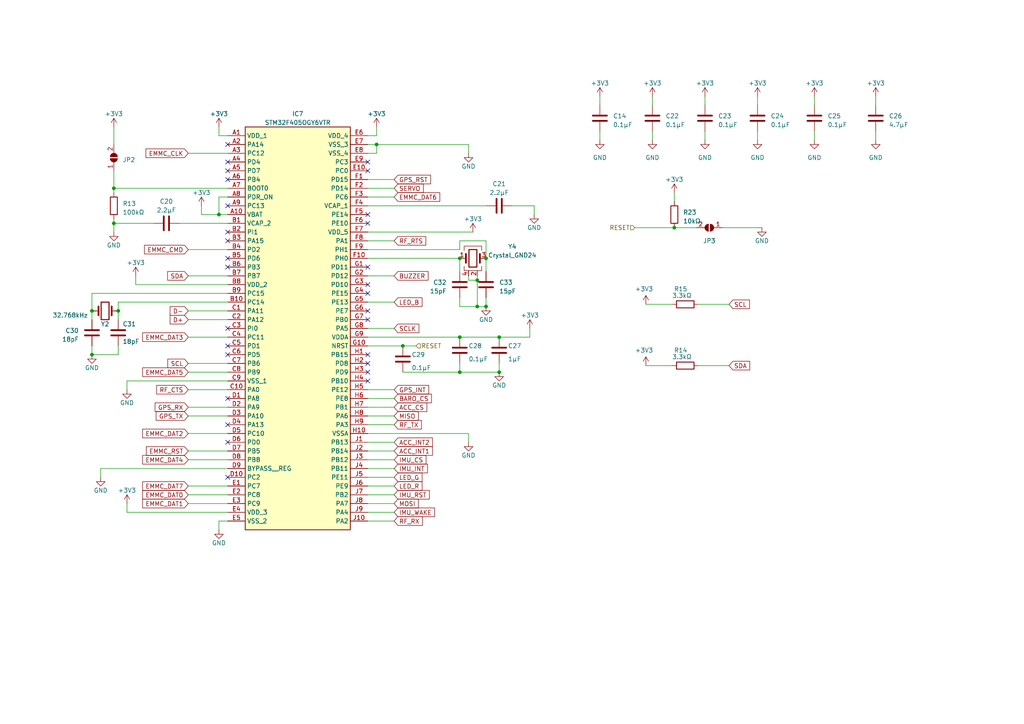
<source format=kicad_sch>
(kicad_sch (version 20250114) (generator "eeschema") (generator_version "9.0")
  (paper "A4")
  (lib_symbols
    (symbol "Device:C" (pin_numbers (hide yes)) (pin_names (offset 0.254))
      (property "Reference" "C" (at 0.635 2.54 0))
      (property "Value" "C" (at 0.635 -2.54 0))
      (symbol "C_0_1"
        (polyline (pts (xy -2.032 0.762) (xy 2.032 0.762)) (stroke (width 0.508)))
        (polyline (pts (xy -2.032 -0.762) (xy 2.032 -0.762)) (stroke (width 0.508)))
      )
      (symbol "C_1_1"
        (pin passive line (at 0 3.81 270) (length 2.794) (name "~") (number "1"))
        (pin passive line (at 0 -3.81 90) (length 2.794) (name "~") (number "2"))
      )
    )
    (symbol "Device:Crystal" (pin_numbers (hide yes)) (pin_names (offset 1.016) (hide yes))
      (property "Reference" "Y" (at 0 3.81 0))
      (property "Value" "Crystal" (at 0 -3.81 0))
      (symbol "Crystal_0_1"
        (polyline (pts (xy -2.54 0) (xy -1.905 0)))
        (polyline (pts (xy -1.905 -1.27) (xy -1.905 1.27)) (stroke (width 0.508)))
        (rectangle (start -1.143 2.54) (end 1.143 -2.54) (stroke (width 0.3048)))
        (polyline (pts (xy 1.905 -1.27) (xy 1.905 1.27)) (stroke (width 0.508)))
        (polyline (pts (xy 2.54 0) (xy 1.905 0)))
      )
      (symbol "Crystal_1_1"
        (pin passive line (at -3.81 0 0) (length 1.27) (name "1") (number "1"))
        (pin passive line (at 3.81 0 180) (length 1.27) (name "2") (number "2"))
      )
    )
    (symbol "Device:Crystal_GND24" (pin_names (offset 1.016) (hide yes))
      (property "Reference" "Y4" (at 11.43 3.4289 0))
      (property "Value" "Crystal_GND24" (at 11.43 0.8889 0))
      (symbol "Crystal_GND24_0_1"
        (polyline (pts (xy -2.54 2.286) (xy -2.54 3.556) (xy 2.54 3.556) (xy 2.54 2.286)))
        (polyline (pts (xy -2.54 0) (xy -2.032 0)))
        (polyline (pts (xy -2.54 -2.286) (xy -2.54 -3.556) (xy 2.54 -3.556) (xy 2.54 -2.286)))
        (polyline (pts (xy -2.032 -1.27) (xy -2.032 1.27)) (stroke (width 0.508)))
        (polyline (pts (xy -1.27 -3.81) (xy -1.27 -3.556)))
        (rectangle (start -1.143 2.54) (end 1.143 -2.54) (stroke (width 0.3048)))
        (polyline (pts (xy 1.27 -3.556) (xy 1.27 -3.81)))
        (polyline (pts (xy 2.032 0) (xy 2.54 0)))
        (polyline (pts (xy 2.032 -1.27) (xy 2.032 1.27)) (stroke (width 0.508)))
      )
      (symbol "Crystal_GND24_1_1"
        (pin passive line (at -3.81 0 0) (length 1.27) (name "1") (number "1"))
        (pin passive line (at -1.27 -5.08 90) (length 1.27) (name "4") (number "4"))
        (pin passive line (at 1.27 -5.08 90) (length 1.27) (name "2") (number "2"))
        (pin passive line (at 3.81 0 180) (length 1.27) (name "3") (number "3"))
      )
    )
    (symbol "Device:R" (pin_numbers (hide yes)) (pin_names (offset 0))
      (property "Reference" "R" (at 2.032 0 90))
      (property "Value" "R" (at 0 0 90))
      (symbol "R_0_1"
        (rectangle (start -1.016 -2.54) (end 1.016 2.54) (stroke (width 0.254)))
      )
      (symbol "R_1_1"
        (pin passive line (at 0 3.81 270) (length 1.27) (name "~") (number "1"))
        (pin passive line (at 0 -3.81 90) (length 1.27) (name "~") (number "2"))
      )
    )
    (symbol "Jumper:SolderJumper_2_Open" (pin_names (offset 0) (hide yes))
      (property "Reference" "JP" (at 0 2.032 0))
      (property "Value" "SolderJumper_2_Open" (at 0 -2.54 0))
      (symbol "SolderJumper_2_Open_0_1"
        (polyline (pts (xy -0.254 1.016) (xy -0.254 -1.016)))
        (arc (start -0.254 -1.016) (mid -1.2656 0) (end -0.254 1.016))
        (arc (start -0.254 -1.016) (mid -1.2656 0) (end -0.254 1.016) (fill (type outline)))
        (arc (start 0.254 1.016) (mid 1.2656 0) (end 0.254 -1.016))
        (arc (start 0.254 1.016) (mid 1.2656 0) (end 0.254 -1.016) (fill (type outline)))
        (polyline (pts (xy 0.254 1.016) (xy 0.254 -1.016)))
      )
      (symbol "SolderJumper_2_Open_1_1"
        (pin passive line (at -3.81 0 0) (length 2.54) (name "A") (number "1"))
        (pin passive line (at 3.81 0 180) (length 2.54) (name "B") (number "2"))
      )
    )
    (symbol "STM32F405OGY6VTR:STM32F405OGY6VTR"
      (property "Reference" "IC" (at 36.83 7.62 0))
      (property "Value" "STM32F405OGY6VTR" (at 36.83 5.08 0))
      (symbol "STM32F405OGY6VTR_1_1"
        (rectangle (start 5.08 2.54) (end 35.56 -114.3) (stroke (width 0.254)) (fill (type background)))
        (pin passive line (at 0 0 0) (length 5.08) (name "VDD_1") (number "A1"))
        (pin passive line (at 0 -2.54 0) (length 5.08) (name "PA14") (number "A2"))
        (pin passive line (at 0 -5.08 0) (length 5.08) (name "PC12") (number "A3"))
        (pin passive line (at 0 -7.62 0) (length 5.08) (name "PD4") (number "A4"))
        (pin passive line (at 0 -10.16 0) (length 5.08) (name "PD7") (number "A5"))
        (pin passive line (at 0 -12.7 0) (length 5.08) (name "PB4") (number "A6"))
        (pin passive line (at 0 -15.24 0) (length 5.08) (name "BOOT0") (number "A7"))
        (pin passive line (at 0 -17.78 0) (length 5.08) (name "PDR_ON") (number "A8"))
        (pin passive line (at 0 -20.32 0) (length 5.08) (name "PC13") (number "A9"))
        (pin passive line (at 0 -22.86 0) (length 5.08) (name "VBAT") (number "A10"))
        (pin passive line (at 0 -25.4 0) (length 5.08) (name "VCAP_2") (number "B1"))
        (pin passive line (at 0 -27.94 0) (length 5.08) (name "PI1") (number "B2"))
        (pin passive line (at 0 -30.48 0) (length 5.08) (name "PA15") (number "B3"))
        (pin passive line (at 0 -33.02 0) (length 5.08) (name "PD2") (number "B4"))
        (pin passive line (at 0 -35.56 0) (length 5.08) (name "PD6") (number "B5"))
        (pin passive line (at 0 -38.1 0) (length 5.08) (name "PB3") (number "B6"))
        (pin passive line (at 0 -40.64 0) (length 5.08) (name "PB7") (number "B7"))
        (pin passive line (at 0 -43.18 0) (length 5.08) (name "VDD_2") (number "B8"))
        (pin passive line (at 0 -45.72 0) (length 5.08) (name "PC15") (number "B9"))
        (pin passive line (at 0 -48.26 0) (length 5.08) (name "PC14") (number "B10"))
        (pin passive line (at 0 -50.8 0) (length 5.08) (name "PA11") (number "C1"))
        (pin passive line (at 0 -53.34 0) (length 5.08) (name "PA12") (number "C2"))
        (pin passive line (at 0 -55.88 0) (length 5.08) (name "PI0") (number "C3"))
        (pin passive line (at 0 -58.42 0) (length 5.08) (name "PC11") (number "C4"))
        (pin passive line (at 0 -60.96 0) (length 5.08) (name "PD1") (number "C5"))
        (pin passive line (at 0 -63.5 0) (length 5.08) (name "PD5") (number "C6"))
        (pin passive line (at 0 -66.04 0) (length 5.08) (name "PB6") (number "C7"))
        (pin passive line (at 0 -68.58 0) (length 5.08) (name "PB9") (number "C8"))
        (pin passive line (at 0 -71.12 0) (length 5.08) (name "VSS_1") (number "C9"))
        (pin passive line (at 0 -73.66 0) (length 5.08) (name "PA0") (number "C10"))
        (pin passive line (at 0 -76.2 0) (length 5.08) (name "PA8") (number "D1"))
        (pin passive line (at 0 -78.74 0) (length 5.08) (name "PA9") (number "D2"))
        (pin passive line (at 0 -81.28 0) (length 5.08) (name "PA10") (number "D3"))
        (pin passive line (at 0 -83.82 0) (length 5.08) (name "PA13") (number "D4"))
        (pin passive line (at 0 -86.36 0) (length 5.08) (name "PC10") (number "D5"))
        (pin passive line (at 0 -88.9 0) (length 5.08) (name "PD0") (number "D6"))
        (pin passive line (at 0 -91.44 0) (length 5.08) (name "PB5") (number "D7"))
        (pin passive line (at 0 -93.98 0) (length 5.08) (name "PB8") (number "D8"))
        (pin passive line (at 0 -96.52 0) (length 5.08) (name "BYPASS__REG") (number "D9"))
        (pin passive line (at 0 -99.06 0) (length 5.08) (name "PC2") (number "D10"))
        (pin passive line (at 0 -101.6 0) (length 5.08) (name "PC7") (number "E1"))
        (pin passive line (at 0 -104.14 0) (length 5.08) (name "PC8") (number "E2"))
        (pin passive line (at 0 -106.68 0) (length 5.08) (name "PC9") (number "E3"))
        (pin passive line (at 0 -109.22 0) (length 5.08) (name "VDD_3") (number "E4"))
        (pin passive line (at 0 -111.76 0) (length 5.08) (name "VSS_2") (number "E5"))
        (pin passive line (at 40.64 0 180) (length 5.08) (name "VDD_4") (number "E6"))
        (pin passive line (at 40.64 -2.54 180) (length 5.08) (name "VSS_3") (number "E7"))
        (pin passive line (at 40.64 -5.08 180) (length 5.08) (name "VSS_4") (number "E8"))
        (pin passive line (at 40.64 -7.62 180) (length 5.08) (name "PC3") (number "E9"))
        (pin passive line (at 40.64 -10.16 180) (length 5.08) (name "PC0") (number "E10"))
        (pin passive line (at 40.64 -12.7 180) (length 5.08) (name "PD15") (number "F1"))
        (pin passive line (at 40.64 -15.24 180) (length 5.08) (name "PD14") (number "F2"))
        (pin passive line (at 40.64 -17.78 180) (length 5.08) (name "PC6") (number "F3"))
        (pin passive line (at 40.64 -20.32 180) (length 5.08) (name "VCAP_1") (number "F4"))
        (pin passive line (at 40.64 -22.86 180) (length 5.08) (name "PE14") (number "F5"))
        (pin passive line (at 40.64 -25.4 180) (length 5.08) (name "PE10") (number "F6"))
        (pin passive line (at 40.64 -27.94 180) (length 5.08) (name "VDD_5") (number "F7"))
        (pin passive line (at 40.64 -30.48 180) (length 5.08) (name "PA1") (number "F8"))
        (pin passive line (at 40.64 -33.02 180) (length 5.08) (name "PH1") (number "F9"))
        (pin passive line (at 40.64 -35.56 180) (length 5.08) (name "PH0") (number "F10"))
        (pin passive line (at 40.64 -38.1 180) (length 5.08) (name "PD11") (number "G1"))
        (pin passive line (at 40.64 -40.64 180) (length 5.08) (name "PD12") (number "G2"))
        (pin passive line (at 40.64 -43.18 180) (length 5.08) (name "PD10") (number "G3"))
        (pin passive line (at 40.64 -45.72 180) (length 5.08) (name "PE15") (number "G4"))
        (pin passive line (at 40.64 -48.26 180) (length 5.08) (name "PE13") (number "G5"))
        (pin passive line (at 40.64 -50.8 180) (length 5.08) (name "PE7") (number "G6"))
        (pin passive line (at 40.64 -53.34 180) (length 5.08) (name "PB0") (number "G7"))
        (pin passive line (at 40.64 -55.88 180) (length 5.08) (name "PA5") (number "G8"))
        (pin passive line (at 40.64 -58.42 180) (length 5.08) (name "VDDA") (number "G9"))
        (pin passive line (at 40.64 -60.96 180) (length 5.08) (name "NRST") (number "G10"))
        (pin passive line (at 40.64 -63.5 180) (length 5.08) (name "PB15") (number "H1"))
        (pin passive line (at 40.64 -66.04 180) (length 5.08) (name "PD8") (number "H2"))
        (pin passive line (at 40.64 -68.58 180) (length 5.08) (name "PD9") (number "H3"))
        (pin passive line (at 40.64 -71.12 180) (length 5.08) (name "PB10") (number "H4"))
        (pin passive line (at 40.64 -73.66 180) (length 5.08) (name "PE12") (number "H5"))
        (pin passive line (at 40.64 -76.2 180) (length 5.08) (name "PE8") (number "H6"))
        (pin passive line (at 40.64 -78.74 180) (length 5.08) (name "PB1") (number "H7"))
        (pin passive line (at 40.64 -81.28 180) (length 5.08) (name "PA6") (number "H8"))
        (pin passive line (at 40.64 -83.82 180) (length 5.08) (name "PA3") (number "H9"))
        (pin passive line (at 40.64 -86.36 180) (length 5.08) (name "VSSA") (number "H10"))
        (pin passive line (at 40.64 -88.9 180) (length 5.08) (name "PB13") (number "J1"))
        (pin passive line (at 40.64 -91.44 180) (length 5.08) (name "PB14") (number "J2"))
        (pin passive line (at 40.64 -93.98 180) (length 5.08) (name "PB12") (number "J3"))
        (pin passive line (at 40.64 -96.52 180) (length 5.08) (name "PB11") (number "J4"))
        (pin passive line (at 40.64 -99.06 180) (length 5.08) (name "PE11") (number "J5"))
        (pin passive line (at 40.64 -101.6 180) (length 5.08) (name "PE9") (number "J6"))
        (pin passive line (at 40.64 -104.14 180) (length 5.08) (name "PB2") (number "J7"))
        (pin passive line (at 40.64 -106.68 180) (length 5.08) (name "PA7") (number "J8"))
        (pin passive line (at 40.64 -109.22 180) (length 5.08) (name "PA4") (number "J9"))
        (pin passive line (at 40.64 -111.76 180) (length 5.08) (name "PA2") (number "J10"))
      )
    )
    (symbol "power:+3V3" (power) (pin_names (offset 0))
      (property "Value" "+3V3" (at 0 3.556 0))
      (symbol "+3V3_0_1"
        (polyline (pts (xy -0.762 1.27) (xy 0 2.54)))
        (polyline (pts (xy 0 2.54) (xy 0.762 1.27)))
        (polyline (pts (xy 0 0) (xy 0 2.54)))
      )
      (symbol "+3V3_1_1"
        (pin power_in line (at 0 0 90) (length 0) (hide yes) (name "+3V3") (number "1"))
      )
    )
    (symbol "power:GND" (power) (pin_names (offset 0))
      (property "Value" "GND" (at 0 -3.81 0))
      (symbol "GND_0_1"
        (polyline (pts (xy 0 0) (xy 0 -1.27) (xy 1.27 -1.27) (xy 0 -2.54) (xy -1.27 -1.27) (xy 0 -1.27)))
      )
      (symbol "GND_1_1"
        (pin power_in line (at 0 0 270) (length 0) (hide yes) (name "GND") (number "1"))
      )
    )
  )
  (junction (at 140.97 74.93))
  (junction (at 144.78 97.79))
  (junction (at 26.67 90.17))
  (junction (at 144.78 107.95))
  (junction (at 133.35 74.93))
  (junction (at 138.43 81.28))
  (junction (at 138.43 88.9))
  (junction (at 133.35 97.79))
  (junction (at 33.02 54.61))
  (junction (at 63.5 62.23))
  (junction (at 33.02 64.77))
  (junction (at 140.97 88.9))
  (junction (at 109.22 41.91))
  (junction (at 34.29 90.17))
  (junction (at 116.84 100.33))
  (junction (at 195.58 66.04))
  (junction (at 26.67 102.87))
  (junction (at 133.35 107.95))
  (no_connect (at 106.68 49.53))
  (no_connect (at 66.04 74.93))
  (no_connect (at 66.04 77.47))
  (no_connect (at 66.04 102.87))
  (no_connect (at 106.68 90.17))
  (no_connect (at 106.68 107.95))
  (no_connect (at 106.68 85.09))
  (no_connect (at 106.68 82.55))
  (no_connect (at 106.68 62.23))
  (no_connect (at 106.68 64.77))
  (no_connect (at 66.04 138.43))
  (no_connect (at 66.04 128.27))
  (no_connect (at 66.04 46.99))
  (no_connect (at 66.04 67.31))
  (no_connect (at 66.04 52.07))
  (no_connect (at 66.04 49.53))
  (no_connect (at 66.04 100.33))
  (no_connect (at 66.04 115.57))
  (no_connect (at 106.68 102.87))
  (no_connect (at 106.68 110.49))
  (no_connect (at 106.68 92.71))
  (no_connect (at 66.04 41.91))
  (no_connect (at 66.04 69.85))
  (no_connect (at 66.04 123.19))
  (no_connect (at 66.04 95.25))
  (no_connect (at 106.68 105.41))
  (no_connect (at 66.04 59.69))
  (no_connect (at 106.68 77.47))
  (no_connect (at 106.68 46.99))
  (wire (pts (xy 106.68 72.39) (xy 133.35 72.39)))
  (wire (pts (xy 63.5 62.23) (xy 58.42 62.23)))
  (wire (pts (xy 33.02 63.5) (xy 33.02 64.77)))
  (wire (pts (xy 135.89 41.91) (xy 135.89 44.45)))
  (wire (pts (xy 140.97 69.85) (xy 140.97 74.93)))
  (wire (pts (xy 66.04 82.55) (xy 39.37 82.55)))
  (wire (pts (xy 140.97 88.9) (xy 140.97 86.36)))
  (wire (pts (xy 36.83 146.05) (xy 36.83 148.59)))
  (wire (pts (xy 173.99 27.94) (xy 173.99 30.48)))
  (wire (pts (xy 106.68 140.97) (xy 114.3 140.97)))
  (wire (pts (xy 106.68 69.85) (xy 114.3 69.85)))
  (wire (pts (xy 106.68 54.61) (xy 114.3 54.61)))
  (wire (pts (xy 236.22 38.1) (xy 236.22 40.64)))
  (wire (pts (xy 54.61 120.65) (xy 66.04 120.65)))
  (wire (pts (xy 106.68 125.73) (xy 135.89 125.73)))
  (wire (pts (xy 140.97 74.93) (xy 140.97 78.74)))
  (wire (pts (xy 133.35 86.36) (xy 133.35 88.9)))
  (wire (pts (xy 109.22 41.91) (xy 135.89 41.91)))
  (wire (pts (xy 34.29 87.63) (xy 66.04 87.63)))
  (wire (pts (xy 189.23 38.1) (xy 189.23 40.64)))
  (wire (pts (xy 33.02 54.61) (xy 66.04 54.61)))
  (wire (pts (xy 184.15 66.04) (xy 195.58 66.04)))
  (wire (pts (xy 133.35 72.39) (xy 133.35 69.85)))
  (wire (pts (xy 106.68 74.93) (xy 133.35 74.93)))
  (wire (pts (xy 106.68 67.31) (xy 137.16 67.31)))
  (wire (pts (xy 254 38.1) (xy 254 40.64)))
  (wire (pts (xy 153.67 95.25) (xy 153.67 97.79)))
  (wire (pts (xy 39.37 80.01) (xy 39.37 82.55)))
  (wire (pts (xy 106.68 95.25) (xy 114.3 95.25)))
  (wire (pts (xy 106.68 148.59) (xy 114.3 148.59)))
  (wire (pts (xy 116.84 107.95) (xy 133.35 107.95)))
  (wire (pts (xy 63.5 151.13) (xy 63.5 153.67)))
  (wire (pts (xy 106.68 59.69) (xy 140.97 59.69)))
  (wire (pts (xy 26.67 102.87) (xy 34.29 102.87)))
  (wire (pts (xy 189.23 27.94) (xy 189.23 30.48)))
  (wire (pts (xy 106.68 52.07) (xy 114.3 52.07)))
  (wire (pts (xy 33.02 49.53) (xy 33.02 54.61)))
  (wire (pts (xy 135.89 80.01) (xy 135.89 81.28)))
  (wire (pts (xy 26.67 85.09) (xy 26.67 90.17)))
  (wire (pts (xy 66.04 39.37) (xy 63.5 39.37)))
  (wire (pts (xy 44.45 64.77) (xy 33.02 64.77)))
  (wire (pts (xy 106.68 113.03) (xy 114.3 113.03)))
  (wire (pts (xy 106.68 130.81) (xy 114.3 130.81)))
  (wire (pts (xy 34.29 90.17) (xy 34.29 87.63)))
  (wire (pts (xy 106.68 146.05) (xy 114.3 146.05)))
  (wire (pts (xy 106.68 39.37) (xy 109.22 39.37)))
  (wire (pts (xy 173.99 38.1) (xy 173.99 40.64)))
  (wire (pts (xy 187.325 106.045) (xy 194.945 106.045)))
  (wire (pts (xy 54.61 118.11) (xy 66.04 118.11)))
  (wire (pts (xy 135.89 81.28) (xy 138.43 81.28)))
  (wire (pts (xy 54.61 133.35) (xy 66.04 133.35)))
  (wire (pts (xy 63.5 36.83) (xy 63.5 39.37)))
  (wire (pts (xy 133.35 97.79) (xy 144.78 97.79)))
  (wire (pts (xy 154.94 59.69) (xy 154.94 62.23)))
  (wire (pts (xy 26.67 90.17) (xy 26.67 92.71)))
  (wire (pts (xy 195.58 66.04) (xy 201.93 66.04)))
  (wire (pts (xy 54.61 80.01) (xy 66.04 80.01)))
  (wire (pts (xy 54.61 130.81) (xy 66.04 130.81)))
  (wire (pts (xy 236.22 27.94) (xy 236.22 30.48)))
  (wire (pts (xy 106.68 133.35) (xy 114.3 133.35)))
  (wire (pts (xy 54.61 90.17) (xy 66.04 90.17)))
  (wire (pts (xy 116.84 100.33) (xy 120.65 100.33)))
  (wire (pts (xy 26.67 85.09) (xy 66.04 85.09)))
  (wire (pts (xy 144.78 97.79) (xy 153.67 97.79)))
  (wire (pts (xy 54.61 72.39) (xy 66.04 72.39)))
  (wire (pts (xy 106.68 143.51) (xy 114.3 143.51)))
  (wire (pts (xy 202.565 106.045) (xy 211.455 106.045)))
  (wire (pts (xy 106.68 135.89) (xy 114.3 135.89)))
  (wire (pts (xy 204.47 38.1) (xy 204.47 40.64)))
  (wire (pts (xy 109.22 41.91) (xy 109.22 44.45)))
  (wire (pts (xy 138.43 88.9) (xy 133.35 88.9)))
  (wire (pts (xy 133.35 74.93) (xy 133.35 78.74)))
  (wire (pts (xy 54.61 125.73) (xy 66.04 125.73)))
  (wire (pts (xy 219.71 38.1) (xy 219.71 40.64)))
  (wire (pts (xy 209.55 66.04) (xy 220.98 66.04)))
  (wire (pts (xy 138.43 81.28) (xy 138.43 88.9)))
  (wire (pts (xy 33.02 36.83) (xy 33.02 41.91)))
  (wire (pts (xy 66.04 62.23) (xy 63.5 62.23)))
  (wire (pts (xy 66.04 110.49) (xy 36.83 110.49)))
  (wire (pts (xy 106.68 100.33) (xy 116.84 100.33)))
  (wire (pts (xy 133.35 69.85) (xy 140.97 69.85)))
  (wire (pts (xy 54.61 44.45) (xy 66.04 44.45)))
  (wire (pts (xy 202.565 88.265) (xy 211.455 88.265)))
  (wire (pts (xy 54.61 143.51) (xy 66.04 143.51)))
  (wire (pts (xy 106.68 97.79) (xy 133.35 97.79)))
  (wire (pts (xy 54.61 146.05) (xy 66.04 146.05)))
  (wire (pts (xy 66.04 151.13) (xy 63.5 151.13)))
  (wire (pts (xy 26.67 100.33) (xy 26.67 102.87)))
  (wire (pts (xy 63.5 57.15) (xy 63.5 62.23)))
  (wire (pts (xy 204.47 27.94) (xy 204.47 30.48)))
  (wire (pts (xy 52.07 64.77) (xy 66.04 64.77)))
  (wire (pts (xy 109.22 36.83) (xy 109.22 39.37)))
  (wire (pts (xy 106.68 87.63) (xy 114.3 87.63)))
  (wire (pts (xy 34.29 102.87) (xy 34.29 100.33)))
  (wire (pts (xy 219.71 27.94) (xy 219.71 30.48)))
  (wire (pts (xy 106.68 138.43) (xy 114.3 138.43)))
  (wire (pts (xy 187.325 88.265) (xy 194.945 88.265)))
  (wire (pts (xy 148.59 59.69) (xy 154.94 59.69)))
  (wire (pts (xy 29.21 135.89) (xy 29.21 138.43)))
  (wire (pts (xy 195.58 55.88) (xy 195.58 58.42)))
  (wire (pts (xy 106.68 115.57) (xy 114.3 115.57)))
  (wire (pts (xy 138.43 81.28) (xy 138.43 80.01)))
  (wire (pts (xy 106.68 128.27) (xy 114.3 128.27)))
  (wire (pts (xy 106.68 151.13) (xy 114.3 151.13)))
  (wire (pts (xy 106.68 123.19) (xy 114.3 123.19)))
  (wire (pts (xy 54.61 97.79) (xy 66.04 97.79)))
  (wire (pts (xy 106.68 44.45) (xy 109.22 44.45)))
  (wire (pts (xy 144.78 105.41) (xy 144.78 107.95)))
  (wire (pts (xy 144.78 107.95) (xy 133.35 107.95)))
  (wire (pts (xy 54.61 140.97) (xy 66.04 140.97)))
  (wire (pts (xy 135.89 125.73) (xy 135.89 128.27)))
  (wire (pts (xy 106.68 57.15) (xy 114.3 57.15)))
  (wire (pts (xy 54.61 107.95) (xy 66.04 107.95)))
  (wire (pts (xy 106.68 120.65) (xy 114.3 120.65)))
  (wire (pts (xy 36.83 110.49) (xy 36.83 113.03)))
  (wire (pts (xy 106.68 80.01) (xy 114.3 80.01)))
  (wire (pts (xy 29.21 135.89) (xy 66.04 135.89)))
  (wire (pts (xy 106.68 118.11) (xy 114.3 118.11)))
  (wire (pts (xy 54.61 113.03) (xy 66.04 113.03)))
  (wire (pts (xy 54.61 92.71) (xy 66.04 92.71)))
  (wire (pts (xy 33.02 64.77) (xy 33.02 67.31)))
  (wire (pts (xy 33.02 54.61) (xy 33.02 55.88)))
  (wire (pts (xy 58.42 59.69) (xy 58.42 62.23)))
  (wire (pts (xy 140.97 88.9) (xy 138.43 88.9)))
  (wire (pts (xy 34.29 90.17) (xy 34.29 92.71)))
  (wire (pts (xy 254 27.94) (xy 254 30.48)))
  (wire (pts (xy 133.35 105.41) (xy 133.35 107.95)))
  (wire (pts (xy 106.68 41.91) (xy 109.22 41.91)))
  (wire (pts (xy 66.04 57.15) (xy 63.5 57.15)))
  (wire (pts (xy 54.61 105.41) (xy 66.04 105.41)))
  (wire (pts (xy 66.04 148.59) (xy 36.83 148.59)))
  (global_label "BUZZER" (shape input) (at 114.3 80.01 0) (property "Intersheetrefs" "${INTERSHEET_REFS}" (effects (hide yes))))
  (global_label "SCL" (shape input) (at 211.455 88.265 0) (property "Intersheetrefs" "${INTERSHEET_REFS}" (effects (hide yes))))
  (global_label "EMMC_DAT2" (shape input) (at 54.61 125.73 180) (property "Intersheetrefs" "${INTERSHEET_REFS}" (effects (hide yes))))
  (global_label "EMMC_DAT0" (shape input) (at 54.61 143.51 180) (property "Intersheetrefs" "${INTERSHEET_REFS}" (effects (hide yes))))
  (global_label "GPS_TX" (shape input) (at 54.61 120.65 180) (property "Intersheetrefs" "${INTERSHEET_REFS}" (effects (hide yes))))
  (global_label "EMMC_DAT4" (shape input) (at 54.61 133.35 180) (property "Intersheetrefs" "${INTERSHEET_REFS}" (effects (hide yes))))
  (global_label "MISO" (shape input) (at 114.3 120.65 0) (property "Intersheetrefs" "${INTERSHEET_REFS}" (effects (hide yes))))
  (global_label "LED_R" (shape input) (at 114.3 140.97 0) (property "Intersheetrefs" "${INTERSHEET_REFS}" (effects (hide yes))))
  (global_label "EMMC_DAT7" (shape input) (at 54.61 140.97 180) (property "Intersheetrefs" "${INTERSHEET_REFS}" (effects (hide yes))))
  (global_label "ACC_INT1" (shape input) (at 114.3 130.81 0) (property "Intersheetrefs" "${INTERSHEET_REFS}" (effects (hide yes))))
  (global_label "RF_TX" (shape input) (at 114.3 123.19 0) (property "Intersheetrefs" "${INTERSHEET_REFS}" (effects (hide yes))))
  (global_label "EMMC_RST" (shape input) (at 54.61 130.81 180) (property "Intersheetrefs" "${INTERSHEET_REFS}" (effects (hide yes))))
  (global_label "GPS_INT" (shape input) (at 114.3 113.03 0) (property "Intersheetrefs" "${INTERSHEET_REFS}" (effects (hide yes))))
  (global_label "RF_RX" (shape input) (at 114.3 151.13 0) (property "Intersheetrefs" "${INTERSHEET_REFS}" (effects (hide yes))))
  (global_label "SCL" (shape input) (at 54.61 105.41 180) (property "Intersheetrefs" "${INTERSHEET_REFS}" (effects (hide yes))))
  (global_label "RF_RTS" (shape input) (at 114.3 69.85 0) (property "Intersheetrefs" "${INTERSHEET_REFS}" (effects (hide yes))))
  (global_label "D+" (shape input) (at 54.61 92.71 180) (property "Intersheetrefs" "${INTERSHEET_REFS}" (effects (hide yes))))
  (global_label "LED_B" (shape input) (at 114.3 87.63 0) (property "Intersheetrefs" "${INTERSHEET_REFS}" (effects (hide yes))))
  (global_label "IMU_WAKE" (shape input) (at 114.3 148.59 0) (property "Intersheetrefs" "${INTERSHEET_REFS}" (effects (hide yes))))
  (global_label "EMMC_DAT6" (shape input) (at 114.3 57.15 0) (property "Intersheetrefs" "${INTERSHEET_REFS}" (effects (hide yes))))
  (global_label "ACC_INT2" (shape input) (at 114.3 128.27 0) (property "Intersheetrefs" "${INTERSHEET_REFS}" (effects (hide yes))))
  (global_label "SERVO" (shape input) (at 114.3 54.61 0) (property "Intersheetrefs" "${INTERSHEET_REFS}" (effects (hide yes))))
  (global_label "EMMC_DAT5" (shape input) (at 54.61 107.95 180) (property "Intersheetrefs" "${INTERSHEET_REFS}" (effects (hide yes))))
  (global_label "EMMC_CMD" (shape input) (at 54.61 72.39 180) (property "Intersheetrefs" "${INTERSHEET_REFS}" (effects (hide yes))))
  (global_label "IMU_RST" (shape input) (at 114.3 143.51 0) (property "Intersheetrefs" "${INTERSHEET_REFS}" (effects (hide yes))))
  (global_label "BARO_CS" (shape input) (at 114.3 115.57 0) (property "Intersheetrefs" "${INTERSHEET_REFS}" (effects (hide yes))))
  (global_label "RF_CTS" (shape input) (at 54.61 113.03 180) (property "Intersheetrefs" "${INTERSHEET_REFS}" (effects (hide yes))))
  (global_label "EMMC_DAT1" (shape input) (at 54.61 146.05 180) (property "Intersheetrefs" "${INTERSHEET_REFS}" (effects (hide yes))))
  (global_label "GPS_RST" (shape input) (at 114.3 52.07 0) (property "Intersheetrefs" "${INTERSHEET_REFS}" (effects (hide yes))))
  (global_label "MOSI" (shape input) (at 114.3 146.05 0) (property "Intersheetrefs" "${INTERSHEET_REFS}" (effects (hide yes))))
  (global_label "ACC_CS" (shape input) (at 114.3 118.11 0) (property "Intersheetrefs" "${INTERSHEET_REFS}" (effects (hide yes))))
  (global_label "SDA" (shape input) (at 54.61 80.01 180) (property "Intersheetrefs" "${INTERSHEET_REFS}" (effects (hide yes))))
  (global_label "GPS_RX" (shape input) (at 54.61 118.11 180) (property "Intersheetrefs" "${INTERSHEET_REFS}" (effects (hide yes))))
  (global_label "IMU_CS" (shape input) (at 114.3 133.35 0) (property "Intersheetrefs" "${INTERSHEET_REFS}" (effects (hide yes))))
  (global_label "EMMC_CLK" (shape input) (at 54.61 44.45 180) (property "Intersheetrefs" "${INTERSHEET_REFS}" (effects (hide yes))))
  (global_label "IMU_INT" (shape input) (at 114.3 135.89 0) (property "Intersheetrefs" "${INTERSHEET_REFS}" (effects (hide yes))))
  (global_label "D-" (shape input) (at 54.61 90.17 180) (property "Intersheetrefs" "${INTERSHEET_REFS}" (effects (hide yes))))
  (global_label "SDA" (shape input) (at 211.455 106.045 0) (property "Intersheetrefs" "${INTERSHEET_REFS}" (effects (hide yes))))
  (global_label "SCLK" (shape input) (at 114.3 95.25 0) (property "Intersheetrefs" "${INTERSHEET_REFS}" (effects (hide yes))))
  (global_label "LED_G" (shape input) (at 114.3 138.43 0) (property "Intersheetrefs" "${INTERSHEET_REFS}" (effects (hide yes))))
  (global_label "EMMC_DAT3" (shape input) (at 54.61 97.79 180) (property "Intersheetrefs" "${INTERSHEET_REFS}" (effects (hide yes))))
  (hierarchical_label "RESET" (shape input) (at 120.65 100.33 0))
  (hierarchical_label "RESET" (shape input) (at 184.15 66.04 180))
  (symbol (lib_id "power:GND") (at 254 40.64 0) (unit 1)
    (property "Reference" "#PWR0109" (effects (hide yes)))
    (property "Value" "GND" (at 254 45.72 0))
  )
  (symbol (lib_id "Device:C") (at 133.35 82.55 0) (mirror x) (unit 1)
    (property "Reference" "C32" (at 129.54 81.915 0) (effects (justify right)))
    (property "Value" "15pF" (at 129.54 84.455 0) (effects (justify right)))
    (property "Footprint" "Capacitor_SMD:C_0402_1005Metric" (effects (hide yes)))
  )
  (symbol (lib_id "power:GND") (at 29.21 138.43 0) (unit 1)
    (property "Reference" "#PWR097" (effects (hide yes)))
    (property "Value" "GND" (at 29.21 142.24 0))
  )
  (symbol (lib_id "power:GND") (at 63.5 153.67 0) (unit 1)
    (property "Reference" "#PWR087" (effects (hide yes)))
    (property "Value" "GND" (at 63.5 157.48 0))
  )
  (symbol (lib_id "Device:C") (at 133.35 101.6 0) (unit 1)
    (property "Reference" "C28" (at 135.89 100.33 0) (effects (justify left)))
    (property "Value" "0.1µF" (at 135.89 104.14 0) (effects (justify left)))
    (property "Footprint" "Capacitor_SMD:C_0402_1005Metric" (effects (hide yes)))
  )
  (symbol (lib_id "power:GND") (at 144.78 107.95 0) (unit 1)
    (property "Reference" "#PWR0111" (effects (hide yes)))
    (property "Value" "GND" (at 144.78 111.76 0))
  )
  (symbol (lib_id "Jumper:SolderJumper_2_Open") (at 33.02 45.72 90) (unit 1)
    (property "Reference" "JP2" (at 35.56 46.355 90) (effects (justify right)))
    (property "Value" "SolderJumper_2_Open" (effects (hide yes)))
    (property "Footprint" "Jumper:SolderJumper-2_P1.3mm_Open_TrianglePad1.0x1.5mm" (effects (hide yes)))
  )
  (symbol (lib_id "power:+3V3") (at 137.16 67.31 0) (unit 1)
    (property "Reference" "#PWR096" (effects (hide yes)))
    (property "Value" "+3V3" (at 137.16 63.5 0))
  )
  (symbol (lib_id "power:+3V3") (at 254 27.94 0) (unit 1)
    (property "Reference" "#PWR0108" (effects (hide yes)))
    (property "Value" "+3V3" (at 254 24.13 0))
  )
  (symbol (lib_id "Device:C") (at 140.97 82.55 180) (unit 1)
    (property "Reference" "C33" (at 144.78 81.915 0) (effects (justify right)))
    (property "Value" "15pF" (at 144.78 84.455 0) (effects (justify right)))
    (property "Footprint" "Capacitor_SMD:C_0402_1005Metric" (effects (hide yes)))
  )
  (symbol (lib_id "power:+3V3") (at 153.67 95.25 0) (unit 1)
    (property "Reference" "#PWR0110" (effects (hide yes)))
    (property "Value" "+3V3" (at 153.67 91.44 0))
  )
  (symbol (lib_id "Device:R") (at 198.755 106.045 90) (unit 1)
    (property "Reference" "R14" (at 199.39 101.6 90) (effects (justify left)))
    (property "Value" "3.3kΩ" (at 200.66 103.505 90) (effects (justify left)))
    (property "Footprint" "Resistor_SMD:R_0402_1005Metric" (effects (hide yes)))
  )
  (symbol (lib_id "power:+3V3") (at 219.71 27.94 0) (unit 1)
    (property "Reference" "#PWR0104" (effects (hide yes)))
    (property "Value" "+3V3" (at 219.71 24.13 0))
  )
  (symbol (lib_id "power:GND") (at 26.67 102.87 0) (unit 1)
    (property "Reference" "#PWR0116" (effects (hide yes)))
    (property "Value" "GND" (at 26.67 106.68 0))
  )
  (symbol (lib_id "Device:C") (at 34.29 96.52 180) (unit 1)
    (property "Reference" "C31" (at 35.56 93.98 0) (effects (justify right)))
    (property "Value" "18pF" (at 35.56 99.06 0) (effects (justify right)))
    (property "Footprint" "Capacitor_SMD:C_0402_1005Metric" (effects (hide yes)))
  )
  (symbol (lib_id "Device:C") (at 219.71 34.29 0) (unit 1)
    (property "Reference" "C24" (at 223.52 33.655 0) (effects (justify left)))
    (property "Value" "0.1µF" (at 223.52 36.195 0) (effects (justify left)))
    (property "Footprint" "Capacitor_SMD:C_0402_1005Metric" (effects (hide yes)))
  )
  (symbol (lib_id "power:GND") (at 173.99 40.64 0) (unit 1)
    (property "Reference" "#PWR034" (effects (hide yes)))
    (property "Value" "GND" (at 173.99 45.72 0))
  )
  (symbol (lib_id "Device:C") (at 189.23 34.29 0) (unit 1)
    (property "Reference" "C22" (at 193.04 33.655 0) (effects (justify left)))
    (property "Value" "0.1µF" (at 193.04 36.195 0) (effects (justify left)))
    (property "Footprint" "Capacitor_SMD:C_0402_1005Metric" (effects (hide yes)))
  )
  (symbol (lib_id "Device:R") (at 195.58 62.23 0) (unit 1)
    (property "Reference" "R23" (at 198.12 61.595 0) (effects (justify left)))
    (property "Value" "10kΩ" (at 198.12 64.135 0) (effects (justify left)))
    (property "Footprint" "Resistor_SMD:R_0402_1005Metric" (effects (hide yes)))
  )
  (symbol (lib_id "power:GND") (at 33.02 67.31 0) (unit 1)
    (property "Reference" "#PWR099" (effects (hide yes)))
    (property "Value" "GND" (at 33.02 71.12 0))
  )
  (symbol (lib_id "power:+3V3") (at 33.02 36.83 0) (unit 1)
    (property "Reference" "#PWR0112" (effects (hide yes)))
    (property "Value" "+3V3" (at 33.02 33.02 0))
  )
  (symbol (lib_id "power:GND") (at 236.22 40.64 0) (unit 1)
    (property "Reference" "#PWR0107" (effects (hide yes)))
    (property "Value" "GND" (at 236.22 45.72 0))
  )
  (symbol (lib_id "power:+3V3") (at 189.23 27.94 0) (unit 1)
    (property "Reference" "#PWR0100" (effects (hide yes)))
    (property "Value" "+3V3" (at 189.23 24.13 0))
  )
  (symbol (lib_id "power:GND") (at 154.94 62.23 0) (unit 1)
    (property "Reference" "#PWR098" (effects (hide yes)))
    (property "Value" "GND" (at 154.94 66.04 0))
  )
  (symbol (lib_id "power:GND") (at 140.97 88.9 0) (unit 1)
    (property "Reference" "#PWR0117" (effects (hide yes)))
    (property "Value" "GND" (at 140.97 92.71 0))
  )
  (symbol (lib_id "Jumper:SolderJumper_2_Open") (at 205.74 66.04 180) (unit 1)
    (property "Reference" "JP3" (at 205.74 69.85 0))
    (property "Value" "SolderJumper_2_Open" (effects (hide yes)))
    (property "Footprint" "Jumper:SolderJumper-2_P1.3mm_Open_TrianglePad1.0x1.5mm" (effects (hide yes)))
  )
  (symbol (lib_id "Device:C") (at 144.78 59.69 90) (unit 1)
    (property "Reference" "C21" (at 144.78 53.34 90))
    (property "Value" "2.2µF" (at 144.78 55.88 90))
    (property "Footprint" "Capacitor_SMD:C_0402_1005Metric" (effects (hide yes)))
  )
  (symbol (lib_id "Device:R") (at 33.02 59.69 0) (unit 1)
    (property "Reference" "R13" (at 35.56 59.055 0) (effects (justify left)))
    (property "Value" "100kΩ" (at 35.56 61.595 0) (effects (justify left)))
    (property "Footprint" "Resistor_SMD:R_0402_1005Metric" (effects (hide yes)))
  )
  (symbol (lib_id "power:+3V3") (at 187.325 88.265 0) (unit 1)
    (property "Reference" "#PWR0115" (effects (hide yes)))
    (property "Value" "+3V3" (at 184.15 83.82 0) (effects (justify left)))
  )
  (symbol (lib_id "power:+3V3") (at 236.22 27.94 0) (unit 1)
    (property "Reference" "#PWR0106" (effects (hide yes)))
    (property "Value" "+3V3" (at 236.22 24.13 0))
  )
  (symbol (lib_id "power:+3V3") (at 173.99 27.94 0) (unit 1)
    (property "Reference" "#PWR033" (effects (hide yes)))
    (property "Value" "+3V3" (at 173.99 24.13 0))
  )
  (symbol (lib_id "power:GND") (at 204.47 40.64 0) (unit 1)
    (property "Reference" "#PWR0103" (effects (hide yes)))
    (property "Value" "GND" (at 204.47 45.72 0))
  )
  (symbol (lib_id "power:+3V3") (at 63.5 36.83 0) (unit 1)
    (property "Reference" "#PWR091" (effects (hide yes)))
    (property "Value" "+3V3" (at 63.5 33.02 0))
  )
  (symbol (lib_id "STM32F405OGY6VTR:STM32F405OGY6VTR") (at 66.04 39.37 0) (unit 1)
    (property "Reference" "IC7" (at 86.36 33.02 0))
    (property "Value" "STM32F405OGY6VTR" (at 86.36 35.56 0))
    (property "Footprint" "BGA90C40P10X9_422X397X60" (effects (hide yes)))
    (property "Datasheet" "https://datasheet.datasheetarchive.com/originals/distributors/Datasheets-DGA25/1728371.pdf" (effects (hide yes)))
    (property "Height" "0.6" (effects (hide yes)))
    (property "Manufacturer_Name" "STMicroelectronics" (effects (hide yes)))
    (property "Manufacturer_Part_Number" "STM32F405OGY6VTR" (effects (hide yes)))
    (property "Mouser Part Number" "511-STM32F405OGY6VTR" (effects (hide yes)))
    (property "Mouser Price/Stock" "https://www.mouser.co.uk/ProductDetail/STMicroelectronics/STM32F405OGY6VTR?qs=gNDSiZmRJS%252BYgwoujKvSDA%3D%3D" (effects (hide yes)))
  )
  (symbol (lib_id "power:GND") (at 189.23 40.64 0) (unit 1)
    (property "Reference" "#PWR0101" (effects (hide yes)))
    (property "Value" "GND" (at 189.23 45.72 0))
  )
  (symbol (lib_id "Device:C") (at 254 34.29 0) (unit 1)
    (property "Reference" "C26" (at 257.81 33.655 0) (effects (justify left)))
    (property "Value" "4.7µF" (at 257.81 36.195 0) (effects (justify left)))
    (property "Footprint" "Capacitor_SMD:C_0402_1005Metric" (effects (hide yes)))
  )
  (symbol (lib_id "power:GND") (at 36.83 113.03 0) (unit 1)
    (property "Reference" "#PWR088" (effects (hide yes)))
    (property "Value" "GND" (at 36.83 116.84 0))
  )
  (symbol (lib_id "Device:C") (at 116.84 104.14 0) (unit 1)
    (property "Reference" "C29" (at 119.38 102.87 0) (effects (justify left)))
    (property "Value" "0.1µF" (at 119.38 106.68 0) (effects (justify left)))
    (property "Footprint" "Capacitor_SMD:C_0402_1005Metric" (effects (hide yes)))
  )
  (symbol (lib_id "Device:C") (at 236.22 34.29 0) (unit 1)
    (property "Reference" "C25" (at 240.03 33.655 0) (effects (justify left)))
    (property "Value" "0.1µF" (at 240.03 36.195 0) (effects (justify left)))
    (property "Footprint" "Capacitor_SMD:C_0402_1005Metric" (effects (hide yes)))
  )
  (symbol (lib_id "power:+3V3") (at 204.47 27.94 0) (unit 1)
    (property "Reference" "#PWR0102" (effects (hide yes)))
    (property "Value" "+3V3" (at 204.47 24.13 0))
  )
  (symbol (lib_id "Device:C") (at 204.47 34.29 0) (unit 1)
    (property "Reference" "C23" (at 208.28 33.655 0) (effects (justify left)))
    (property "Value" "0.1µF" (at 208.28 36.195 0) (effects (justify left)))
    (property "Footprint" "Capacitor_SMD:C_0402_1005Metric" (effects (hide yes)))
  )
  (symbol (lib_id "Device:C") (at 26.67 96.52 0) (mirror x) (unit 1)
    (property "Reference" "C30" (at 22.86 95.885 0) (effects (justify right)))
    (property "Value" "18pF" (at 22.86 98.425 0) (effects (justify right)))
    (property "Footprint" "Capacitor_SMD:C_0402_1005Metric" (effects (hide yes)))
  )
  (symbol (lib_id "power:+3V3") (at 187.325 106.045 0) (unit 1)
    (property "Reference" "#PWR0114" (effects (hide yes)))
    (property "Value" "+3V3" (at 184.15 101.6 0) (effects (justify left)))
  )
  (symbol (lib_id "Device:Crystal_GND24") (at 137.16 74.93 0) (unit 1)
    (property "Reference" "Y4" (at 148.59 71.5011 0))
    (property "Value" "Crystal_GND24" (at 148.59 74.0411 0))
    (property "Footprint" "ABM8-272-T3:ABM8272T3" (effects (hide yes)))
  )
  (symbol (lib_id "Device:C") (at 144.78 101.6 0) (unit 1)
    (property "Reference" "C27" (at 147.32 100.33 0) (effects (justify left)))
    (property "Value" "1µF" (at 147.32 104.14 0) (effects (justify left)))
    (property "Footprint" "Capacitor_SMD:C_0402_1005Metric" (effects (hide yes)))
  )
  (symbol (lib_id "Device:R") (at 198.755 88.265 90) (unit 1)
    (property "Reference" "R15" (at 199.39 83.82 90) (effects (justify left)))
    (property "Value" "3.3kΩ" (at 200.66 85.725 90) (effects (justify left)))
    (property "Footprint" "Resistor_SMD:R_0402_1005Metric" (effects (hide yes)))
  )
  (symbol (lib_id "power:+3V3") (at 195.58 55.88 0) (unit 1)
    (property "Reference" "#PWR0127" (effects (hide yes)))
    (property "Value" "+3V3" (at 195.58 52.07 0))
  )
  (symbol (lib_id "power:+3V3") (at 36.83 146.05 0) (unit 1)
    (property "Reference" "#PWR094" (effects (hide yes)))
    (property "Value" "+3V3" (at 36.83 142.24 0))
  )
  (symbol (lib_id "Device:Crystal") (at 30.48 90.17 180) (unit 1)
    (property "Reference" "Y2" (at 29.21 93.98 0) (effects (justify right)))
    (property "Value" "32.768kHz" (at 15.24 91.44 0) (effects (justify right)))
    (property "Footprint" "ABS07-32.768KHZ-T:ABS07" (effects (hide yes)))
  )
  (symbol (lib_id "power:GND") (at 135.89 128.27 0) (unit 1)
    (property "Reference" "#PWR095" (effects (hide yes)))
    (property "Value" "GND" (at 135.89 132.08 0))
  )
  (symbol (lib_id "Device:C") (at 173.99 34.29 0) (unit 1)
    (property "Reference" "C14" (at 177.8 33.655 0) (effects (justify left)))
    (property "Value" "0.1µF" (at 177.8 36.195 0) (effects (justify left)))
    (property "Footprint" "Capacitor_SMD:C_0402_1005Metric" (effects (hide yes)))
  )
  (symbol (lib_id "power:+3V3") (at 58.42 59.69 0) (unit 1)
    (property "Reference" "#PWR092" (effects (hide yes)))
    (property "Value" "+3V3" (at 58.42 55.88 0))
  )
  (symbol (lib_id "power:GND") (at 135.89 44.45 0) (unit 1)
    (property "Reference" "#PWR089" (effects (hide yes)))
    (property "Value" "GND" (at 135.89 48.26 0))
  )
  (symbol (lib_id "power:GND") (at 220.98 66.04 0) (unit 1)
    (property "Reference" "#PWR0113" (effects (hide yes)))
    (property "Value" "GND" (at 220.98 69.85 0))
  )
  (symbol (lib_id "power:+3V3") (at 109.22 36.83 0) (unit 1)
    (property "Reference" "#PWR090" (effects (hide yes)))
    (property "Value" "+3V3" (at 109.22 33.02 0))
  )
  (symbol (lib_id "power:GND") (at 219.71 40.64 0) (unit 1)
    (property "Reference" "#PWR0105" (effects (hide yes)))
    (property "Value" "GND" (at 219.71 45.72 0))
  )
  (symbol (lib_id "power:+3V3") (at 39.37 80.01 0) (unit 1)
    (property "Reference" "#PWR093" (effects (hide yes)))
    (property "Value" "+3V3" (at 39.37 76.2 0))
  )
  (symbol (lib_id "Device:C") (at 48.26 64.77 90) (unit 1)
    (property "Reference" "C20" (at 48.26 58.42 90))
    (property "Value" "2.2µF" (at 48.26 60.96 90))
    (property "Footprint" "Capacitor_SMD:C_0402_1005Metric" (effects (hide yes)))
  )
)
</source>
